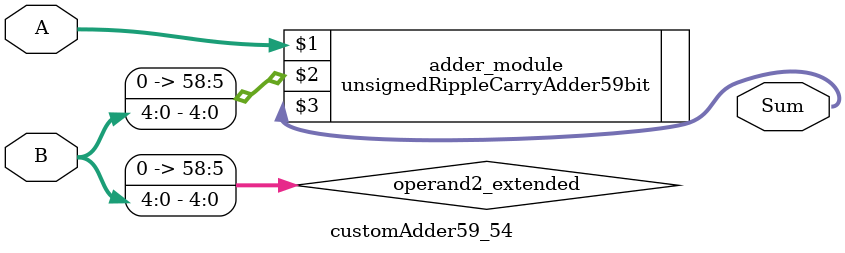
<source format=v>
module customAdder59_54(
                        input [58 : 0] A,
                        input [4 : 0] B,
                        
                        output [59 : 0] Sum
                );

        wire [58 : 0] operand2_extended;
        
        assign operand2_extended =  {54'b0, B};
        
        unsignedRippleCarryAdder59bit adder_module(
            A,
            operand2_extended,
            Sum
        );
        
        endmodule
        
</source>
